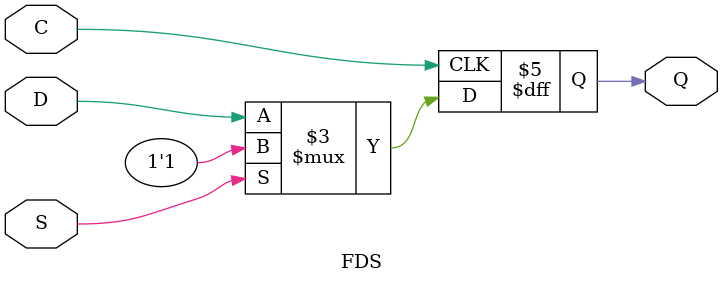
<source format=v>

/*

FUNCTION	: D-FLIP-FLOP with sync set

*/

`celldefine
`timescale  100 ps / 10 ps

module FDS (Q, C, D, S);

    parameter INIT = 1'b1;

    output Q;
    reg    Q;

    input  C, D, S;

	always @(posedge C)
	    if (S)
		Q <= 1;
	    else
		Q <= D;

endmodule

</source>
